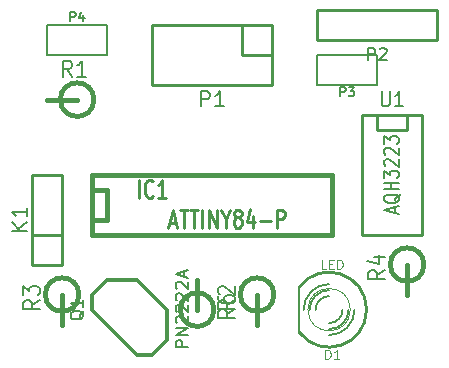
<source format=gto>
%FSLAX34Y34*%
G04 Gerber Fmt 3.4, Leading zero omitted, Abs format*
G04 (created by PCBNEW (2014-02-15 BZR 4699)-product) date Sat 08 Mar 2014 11:33:38 PM EST*
%MOIN*%
G01*
G70*
G90*
G04 APERTURE LIST*
%ADD10C,0.005906*%
%ADD11C,0.015000*%
%ADD12C,0.010000*%
%ADD13C,0.012000*%
%ADD14C,0.006000*%
%ADD15C,0.008000*%
%ADD16C,0.003000*%
%ADD17C,0.011250*%
%ADD18C,0.003500*%
G04 APERTURE END LIST*
G54D10*
G54D11*
X29500Y-50000D02*
X37500Y-50000D01*
X37500Y-52000D02*
X29500Y-52000D01*
X29500Y-52000D02*
X29500Y-50000D01*
X29500Y-50500D02*
X30000Y-50500D01*
X30000Y-50500D02*
X30000Y-51500D01*
X30000Y-51500D02*
X29500Y-51500D01*
X37500Y-50000D02*
X37500Y-52000D01*
G54D12*
X28500Y-52000D02*
X28500Y-50000D01*
X28500Y-50000D02*
X27500Y-50000D01*
X27500Y-50000D02*
X27500Y-52000D01*
X27500Y-53000D02*
X27500Y-52000D01*
X27500Y-52000D02*
X28500Y-52000D01*
X27500Y-53000D02*
X28500Y-53000D01*
X28500Y-53000D02*
X28500Y-52000D01*
X34500Y-45000D02*
X31500Y-45000D01*
X31500Y-45000D02*
X31500Y-47000D01*
X31500Y-47000D02*
X35500Y-47000D01*
X35500Y-47000D02*
X35500Y-46000D01*
X35500Y-45000D02*
X34500Y-45000D01*
X35500Y-46000D02*
X34500Y-46000D01*
X34500Y-46000D02*
X34500Y-45000D01*
X35500Y-45000D02*
X35500Y-46000D01*
G54D11*
X29000Y-47500D02*
X28000Y-47500D01*
X29559Y-47500D02*
G75*
G03X29559Y-47500I-559J0D01*
G74*
G01*
G54D13*
X29500Y-54500D02*
X31000Y-56000D01*
X31000Y-56000D02*
X31500Y-56000D01*
X31500Y-56000D02*
X32000Y-55500D01*
X32000Y-55500D02*
X32000Y-54500D01*
X32000Y-54500D02*
X31000Y-53500D01*
X31000Y-53500D02*
X30000Y-53500D01*
X30000Y-53500D02*
X29500Y-54000D01*
X29500Y-54000D02*
X29500Y-54500D01*
G54D11*
X35000Y-54000D02*
X35000Y-55000D01*
X35559Y-54000D02*
G75*
G03X35559Y-54000I-559J0D01*
G74*
G01*
X28500Y-54000D02*
X28500Y-55000D01*
X29059Y-54000D02*
G75*
G03X29059Y-54000I-559J0D01*
G74*
G01*
X33000Y-54500D02*
X33000Y-53500D01*
X33559Y-54500D02*
G75*
G03X33559Y-54500I-559J0D01*
G74*
G01*
X40000Y-53000D02*
X40000Y-54000D01*
X40559Y-53000D02*
G75*
G03X40559Y-53000I-559J0D01*
G74*
G01*
G54D12*
X37000Y-44500D02*
X41000Y-44500D01*
X37000Y-45500D02*
X41000Y-45500D01*
X41000Y-45500D02*
X41000Y-44500D01*
X37000Y-44500D02*
X37000Y-45500D01*
G54D14*
X39000Y-46000D02*
X39000Y-47000D01*
X39000Y-47000D02*
X37000Y-47000D01*
X37000Y-47000D02*
X37000Y-46000D01*
X37000Y-46000D02*
X39000Y-46000D01*
X28000Y-46000D02*
X28000Y-45000D01*
X28000Y-45000D02*
X30000Y-45000D01*
X30000Y-45000D02*
X30000Y-46000D01*
X30000Y-46000D02*
X28000Y-46000D01*
G54D15*
X36380Y-53750D02*
X36380Y-55250D01*
G54D16*
X38107Y-54500D02*
G75*
G03X38107Y-54500I-707J0D01*
G74*
G01*
G54D12*
X36400Y-55251D02*
G75*
G03X36400Y-53750I999J751D01*
G74*
G01*
G54D14*
X37400Y-54950D02*
G75*
G03X37850Y-54500I0J450D01*
G74*
G01*
X37400Y-54050D02*
G75*
G03X36950Y-54500I0J-450D01*
G74*
G01*
X37400Y-55150D02*
G75*
G03X38050Y-54500I0J650D01*
G74*
G01*
X37400Y-53850D02*
G75*
G03X36750Y-54500I0J-650D01*
G74*
G01*
X37400Y-55350D02*
G75*
G03X38250Y-54500I0J850D01*
G74*
G01*
X37400Y-53650D02*
G75*
G03X36550Y-54500I0J-850D01*
G74*
G01*
G54D12*
X40000Y-48000D02*
X40000Y-48500D01*
X40000Y-48500D02*
X39000Y-48500D01*
X39000Y-48500D02*
X39000Y-48000D01*
X40500Y-48000D02*
X40500Y-52000D01*
X40500Y-52000D02*
X38500Y-52000D01*
X38500Y-52000D02*
X38500Y-48000D01*
X38500Y-48000D02*
X40500Y-48000D01*
G54D17*
X31060Y-50771D02*
X31060Y-50171D01*
X31532Y-50714D02*
X31510Y-50742D01*
X31446Y-50771D01*
X31403Y-50771D01*
X31339Y-50742D01*
X31296Y-50685D01*
X31275Y-50628D01*
X31253Y-50514D01*
X31253Y-50428D01*
X31275Y-50314D01*
X31296Y-50257D01*
X31339Y-50200D01*
X31403Y-50171D01*
X31446Y-50171D01*
X31510Y-50200D01*
X31532Y-50228D01*
X31960Y-50771D02*
X31703Y-50771D01*
X31832Y-50771D02*
X31832Y-50171D01*
X31789Y-50257D01*
X31746Y-50314D01*
X31703Y-50342D01*
G54D13*
G54D17*
X32082Y-51600D02*
X32296Y-51600D01*
X32039Y-51771D02*
X32189Y-51171D01*
X32339Y-51771D01*
X32425Y-51171D02*
X32682Y-51171D01*
X32553Y-51771D02*
X32553Y-51171D01*
X32767Y-51171D02*
X33025Y-51171D01*
X32896Y-51771D02*
X32896Y-51171D01*
X33175Y-51771D02*
X33175Y-51171D01*
X33389Y-51771D02*
X33389Y-51171D01*
X33646Y-51771D01*
X33646Y-51171D01*
X33946Y-51485D02*
X33946Y-51771D01*
X33796Y-51171D02*
X33946Y-51485D01*
X34096Y-51171D01*
X34310Y-51428D02*
X34267Y-51400D01*
X34246Y-51371D01*
X34225Y-51314D01*
X34225Y-51285D01*
X34246Y-51228D01*
X34267Y-51200D01*
X34310Y-51171D01*
X34396Y-51171D01*
X34439Y-51200D01*
X34460Y-51228D01*
X34482Y-51285D01*
X34482Y-51314D01*
X34460Y-51371D01*
X34439Y-51400D01*
X34396Y-51428D01*
X34310Y-51428D01*
X34267Y-51457D01*
X34246Y-51485D01*
X34225Y-51542D01*
X34225Y-51657D01*
X34246Y-51714D01*
X34267Y-51742D01*
X34310Y-51771D01*
X34396Y-51771D01*
X34439Y-51742D01*
X34460Y-51714D01*
X34482Y-51657D01*
X34482Y-51542D01*
X34460Y-51485D01*
X34439Y-51457D01*
X34396Y-51428D01*
X34867Y-51371D02*
X34867Y-51771D01*
X34760Y-51142D02*
X34653Y-51571D01*
X34932Y-51571D01*
X35103Y-51542D02*
X35446Y-51542D01*
X35660Y-51771D02*
X35660Y-51171D01*
X35832Y-51171D01*
X35875Y-51200D01*
X35896Y-51228D01*
X35917Y-51285D01*
X35917Y-51371D01*
X35896Y-51428D01*
X35875Y-51457D01*
X35832Y-51485D01*
X35660Y-51485D01*
G54D13*
G54D15*
X27326Y-51869D02*
X26826Y-51869D01*
X27326Y-51583D02*
X27040Y-51797D01*
X26826Y-51583D02*
X27111Y-51869D01*
X27326Y-51107D02*
X27326Y-51392D01*
X27326Y-51250D02*
X26826Y-51250D01*
X26897Y-51297D01*
X26945Y-51345D01*
X26969Y-51392D01*
X33130Y-47726D02*
X33130Y-47226D01*
X33321Y-47226D01*
X33369Y-47250D01*
X33392Y-47273D01*
X33416Y-47321D01*
X33416Y-47392D01*
X33392Y-47440D01*
X33369Y-47464D01*
X33321Y-47488D01*
X33130Y-47488D01*
X33892Y-47726D02*
X33607Y-47726D01*
X33750Y-47726D02*
X33750Y-47226D01*
X33702Y-47297D01*
X33654Y-47345D01*
X33607Y-47369D01*
X28816Y-46748D02*
X28650Y-46486D01*
X28530Y-46748D02*
X28530Y-46198D01*
X28721Y-46198D01*
X28769Y-46225D01*
X28792Y-46251D01*
X28816Y-46303D01*
X28816Y-46382D01*
X28792Y-46434D01*
X28769Y-46460D01*
X28721Y-46486D01*
X28530Y-46486D01*
X29292Y-46748D02*
X29007Y-46748D01*
X29150Y-46748D02*
X29150Y-46198D01*
X29102Y-46277D01*
X29054Y-46329D01*
X29007Y-46355D01*
X29219Y-54538D02*
X29200Y-54576D01*
X29161Y-54614D01*
X29104Y-54671D01*
X29085Y-54709D01*
X29085Y-54747D01*
X29180Y-54728D02*
X29161Y-54766D01*
X29123Y-54804D01*
X29047Y-54823D01*
X28914Y-54823D01*
X28838Y-54804D01*
X28800Y-54766D01*
X28780Y-54728D01*
X28780Y-54652D01*
X28800Y-54614D01*
X28838Y-54576D01*
X28914Y-54557D01*
X29047Y-54557D01*
X29123Y-54576D01*
X29161Y-54614D01*
X29180Y-54652D01*
X29180Y-54728D01*
X29180Y-54176D02*
X29180Y-54404D01*
X29180Y-54290D02*
X28780Y-54290D01*
X28838Y-54328D01*
X28876Y-54366D01*
X28895Y-54404D01*
X32680Y-55747D02*
X32280Y-55747D01*
X32280Y-55595D01*
X32300Y-55557D01*
X32319Y-55538D01*
X32357Y-55519D01*
X32414Y-55519D01*
X32452Y-55538D01*
X32471Y-55557D01*
X32490Y-55595D01*
X32490Y-55747D01*
X32680Y-55347D02*
X32280Y-55347D01*
X32680Y-55119D01*
X32280Y-55119D01*
X32319Y-54947D02*
X32300Y-54928D01*
X32280Y-54890D01*
X32280Y-54795D01*
X32300Y-54757D01*
X32319Y-54738D01*
X32357Y-54719D01*
X32395Y-54719D01*
X32452Y-54738D01*
X32680Y-54966D01*
X32680Y-54719D01*
X32319Y-54566D02*
X32300Y-54547D01*
X32280Y-54509D01*
X32280Y-54414D01*
X32300Y-54376D01*
X32319Y-54357D01*
X32357Y-54338D01*
X32395Y-54338D01*
X32452Y-54357D01*
X32680Y-54585D01*
X32680Y-54338D01*
X32319Y-54185D02*
X32300Y-54166D01*
X32280Y-54128D01*
X32280Y-54033D01*
X32300Y-53995D01*
X32319Y-53976D01*
X32357Y-53957D01*
X32395Y-53957D01*
X32452Y-53976D01*
X32680Y-54204D01*
X32680Y-53957D01*
X32319Y-53804D02*
X32300Y-53785D01*
X32280Y-53747D01*
X32280Y-53652D01*
X32300Y-53614D01*
X32319Y-53595D01*
X32357Y-53576D01*
X32395Y-53576D01*
X32452Y-53595D01*
X32680Y-53823D01*
X32680Y-53576D01*
X32566Y-53423D02*
X32566Y-53233D01*
X32680Y-53461D02*
X32280Y-53328D01*
X32680Y-53195D01*
X34248Y-54183D02*
X33986Y-54350D01*
X34248Y-54469D02*
X33698Y-54469D01*
X33698Y-54278D01*
X33725Y-54230D01*
X33751Y-54207D01*
X33803Y-54183D01*
X33882Y-54183D01*
X33934Y-54207D01*
X33960Y-54230D01*
X33986Y-54278D01*
X33986Y-54469D01*
X33751Y-53992D02*
X33725Y-53969D01*
X33698Y-53921D01*
X33698Y-53802D01*
X33725Y-53754D01*
X33751Y-53730D01*
X33803Y-53707D01*
X33855Y-53707D01*
X33934Y-53730D01*
X34248Y-54016D01*
X34248Y-53707D01*
X27748Y-54183D02*
X27486Y-54350D01*
X27748Y-54469D02*
X27198Y-54469D01*
X27198Y-54278D01*
X27225Y-54230D01*
X27251Y-54207D01*
X27303Y-54183D01*
X27382Y-54183D01*
X27434Y-54207D01*
X27460Y-54230D01*
X27486Y-54278D01*
X27486Y-54469D01*
X27198Y-54016D02*
X27198Y-53707D01*
X27408Y-53873D01*
X27408Y-53802D01*
X27434Y-53754D01*
X27460Y-53730D01*
X27513Y-53707D01*
X27644Y-53707D01*
X27696Y-53730D01*
X27722Y-53754D01*
X27748Y-53802D01*
X27748Y-53945D01*
X27722Y-53992D01*
X27696Y-54016D01*
X34248Y-54483D02*
X33986Y-54650D01*
X34248Y-54769D02*
X33698Y-54769D01*
X33698Y-54578D01*
X33725Y-54530D01*
X33751Y-54507D01*
X33803Y-54483D01*
X33882Y-54483D01*
X33934Y-54507D01*
X33960Y-54530D01*
X33986Y-54578D01*
X33986Y-54769D01*
X33698Y-54054D02*
X33698Y-54150D01*
X33725Y-54197D01*
X33751Y-54221D01*
X33829Y-54269D01*
X33934Y-54292D01*
X34144Y-54292D01*
X34196Y-54269D01*
X34222Y-54245D01*
X34248Y-54197D01*
X34248Y-54102D01*
X34222Y-54054D01*
X34196Y-54030D01*
X34144Y-54007D01*
X34013Y-54007D01*
X33960Y-54030D01*
X33934Y-54054D01*
X33908Y-54102D01*
X33908Y-54197D01*
X33934Y-54245D01*
X33960Y-54269D01*
X34013Y-54292D01*
X39248Y-53183D02*
X38986Y-53350D01*
X39248Y-53469D02*
X38698Y-53469D01*
X38698Y-53278D01*
X38725Y-53230D01*
X38751Y-53207D01*
X38803Y-53183D01*
X38882Y-53183D01*
X38934Y-53207D01*
X38960Y-53230D01*
X38986Y-53278D01*
X38986Y-53469D01*
X38882Y-52754D02*
X39248Y-52754D01*
X38672Y-52873D02*
X39065Y-52992D01*
X39065Y-52683D01*
X38704Y-46180D02*
X38704Y-45780D01*
X38857Y-45780D01*
X38895Y-45800D01*
X38914Y-45819D01*
X38933Y-45857D01*
X38933Y-45914D01*
X38914Y-45952D01*
X38895Y-45971D01*
X38857Y-45990D01*
X38704Y-45990D01*
X39085Y-45819D02*
X39104Y-45800D01*
X39142Y-45780D01*
X39238Y-45780D01*
X39276Y-45800D01*
X39295Y-45819D01*
X39314Y-45857D01*
X39314Y-45895D01*
X39295Y-45952D01*
X39066Y-46180D01*
X39314Y-46180D01*
G54D14*
X37778Y-47385D02*
X37778Y-47085D01*
X37892Y-47085D01*
X37921Y-47100D01*
X37935Y-47114D01*
X37950Y-47142D01*
X37950Y-47185D01*
X37935Y-47214D01*
X37921Y-47228D01*
X37892Y-47242D01*
X37778Y-47242D01*
X38050Y-47085D02*
X38235Y-47085D01*
X38135Y-47200D01*
X38178Y-47200D01*
X38207Y-47214D01*
X38221Y-47228D01*
X38235Y-47257D01*
X38235Y-47328D01*
X38221Y-47357D01*
X38207Y-47371D01*
X38178Y-47385D01*
X38092Y-47385D01*
X38064Y-47371D01*
X38050Y-47357D01*
X28778Y-44885D02*
X28778Y-44585D01*
X28892Y-44585D01*
X28921Y-44600D01*
X28935Y-44614D01*
X28950Y-44642D01*
X28950Y-44685D01*
X28935Y-44714D01*
X28921Y-44728D01*
X28892Y-44742D01*
X28778Y-44742D01*
X29207Y-44685D02*
X29207Y-44885D01*
X29135Y-44571D02*
X29064Y-44785D01*
X29250Y-44785D01*
G54D18*
X37278Y-56135D02*
X37278Y-55835D01*
X37350Y-55835D01*
X37392Y-55850D01*
X37421Y-55878D01*
X37435Y-55907D01*
X37450Y-55964D01*
X37450Y-56007D01*
X37435Y-56064D01*
X37421Y-56092D01*
X37392Y-56121D01*
X37350Y-56135D01*
X37278Y-56135D01*
X37735Y-56135D02*
X37564Y-56135D01*
X37650Y-56135D02*
X37650Y-55835D01*
X37621Y-55878D01*
X37592Y-55907D01*
X37564Y-55921D01*
X37307Y-53135D02*
X37164Y-53135D01*
X37164Y-52835D01*
X37407Y-52978D02*
X37507Y-52978D01*
X37550Y-53135D02*
X37407Y-53135D01*
X37407Y-52835D01*
X37550Y-52835D01*
X37678Y-53135D02*
X37678Y-52835D01*
X37750Y-52835D01*
X37792Y-52850D01*
X37821Y-52878D01*
X37835Y-52907D01*
X37850Y-52964D01*
X37850Y-53007D01*
X37835Y-53064D01*
X37821Y-53092D01*
X37792Y-53121D01*
X37750Y-53135D01*
X37678Y-53135D01*
G54D15*
X39157Y-47226D02*
X39157Y-47630D01*
X39178Y-47678D01*
X39200Y-47702D01*
X39242Y-47726D01*
X39328Y-47726D01*
X39371Y-47702D01*
X39392Y-47678D01*
X39414Y-47630D01*
X39414Y-47226D01*
X39864Y-47726D02*
X39607Y-47726D01*
X39735Y-47726D02*
X39735Y-47226D01*
X39692Y-47297D01*
X39650Y-47345D01*
X39607Y-47369D01*
X39583Y-51276D02*
X39583Y-51085D01*
X39726Y-51314D02*
X39226Y-51180D01*
X39726Y-51047D01*
X39773Y-50647D02*
X39750Y-50685D01*
X39702Y-50723D01*
X39630Y-50780D01*
X39607Y-50819D01*
X39607Y-50857D01*
X39726Y-50838D02*
X39702Y-50876D01*
X39654Y-50914D01*
X39559Y-50933D01*
X39392Y-50933D01*
X39297Y-50914D01*
X39250Y-50876D01*
X39226Y-50838D01*
X39226Y-50761D01*
X39250Y-50723D01*
X39297Y-50685D01*
X39392Y-50666D01*
X39559Y-50666D01*
X39654Y-50685D01*
X39702Y-50723D01*
X39726Y-50761D01*
X39726Y-50838D01*
X39726Y-50495D02*
X39226Y-50495D01*
X39464Y-50495D02*
X39464Y-50266D01*
X39726Y-50266D02*
X39226Y-50266D01*
X39226Y-50114D02*
X39226Y-49866D01*
X39416Y-49999D01*
X39416Y-49942D01*
X39440Y-49904D01*
X39464Y-49885D01*
X39511Y-49866D01*
X39630Y-49866D01*
X39678Y-49885D01*
X39702Y-49904D01*
X39726Y-49942D01*
X39726Y-50057D01*
X39702Y-50095D01*
X39678Y-50114D01*
X39273Y-49714D02*
X39250Y-49695D01*
X39226Y-49657D01*
X39226Y-49561D01*
X39250Y-49523D01*
X39273Y-49504D01*
X39321Y-49485D01*
X39369Y-49485D01*
X39440Y-49504D01*
X39726Y-49733D01*
X39726Y-49485D01*
X39273Y-49333D02*
X39250Y-49314D01*
X39226Y-49276D01*
X39226Y-49180D01*
X39250Y-49142D01*
X39273Y-49123D01*
X39321Y-49104D01*
X39369Y-49104D01*
X39440Y-49123D01*
X39726Y-49352D01*
X39726Y-49104D01*
X39226Y-48971D02*
X39226Y-48723D01*
X39416Y-48857D01*
X39416Y-48800D01*
X39440Y-48761D01*
X39464Y-48742D01*
X39511Y-48723D01*
X39630Y-48723D01*
X39678Y-48742D01*
X39702Y-48761D01*
X39726Y-48800D01*
X39726Y-48914D01*
X39702Y-48952D01*
X39678Y-48971D01*
M02*

</source>
